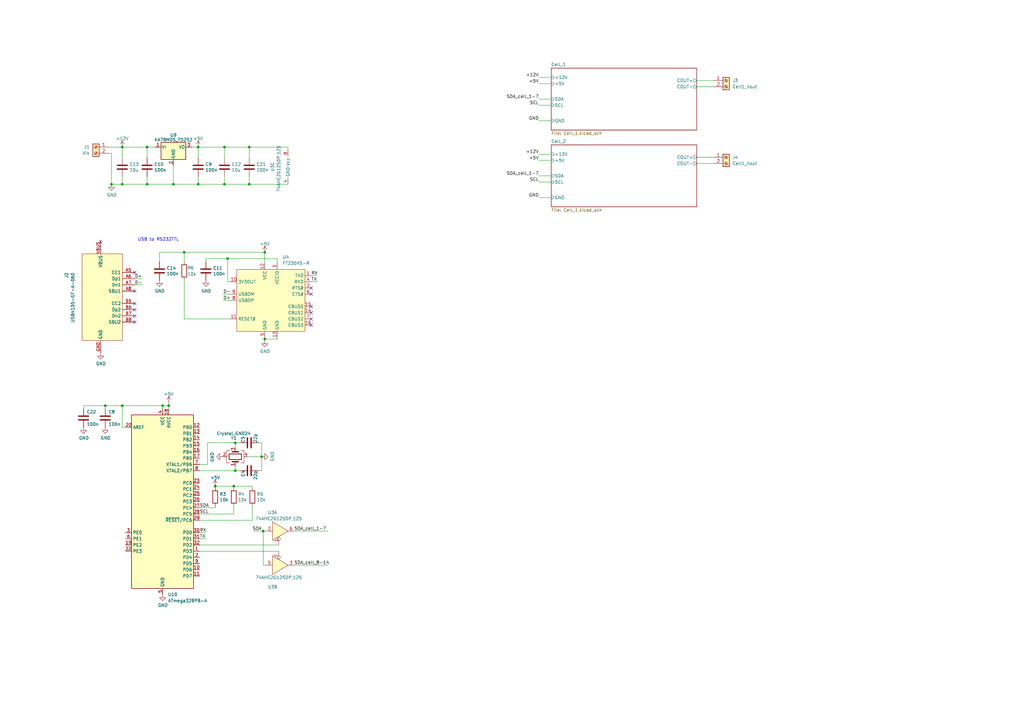
<source format=kicad_sch>
(kicad_sch (version 20230121) (generator eeschema)
  (paper "A3")
  (title_block (title "Battery Hardware Emulator") (rev "R01"))
  (lib_symbols
    (symbol "Connector:Screw_Terminal_01x02" (pin_names (offset 1.016) hide)
      (property "Reference" "J" (at 0 2.54 0))
      (property "Value" "Screw_Terminal_01x02" (at 0 -5.08 0))
      (symbol "Screw_Terminal_01x02_1_1"
        (rectangle (start -1.27 1.27) (end 1.27 -3.81) (stroke (width 0.254)) (fill (type background)))
        (circle (center 0 -2.54) (radius 0.635) (stroke (width 0.1524)))
        (polyline (pts (xy -0.5334 -2.2098) (xy 0.3302 -3.048)) (stroke (width 0.1524)))
        (polyline (pts (xy -0.5334 0.3302) (xy 0.3302 -0.508)) (stroke (width 0.1524)))
        (polyline (pts (xy -0.3556 -2.032) (xy 0.508 -2.8702)) (stroke (width 0.1524)))
        (polyline (pts (xy -0.3556 0.508) (xy 0.508 -0.3302)) (stroke (width 0.1524)))
        (circle (center 0 0) (radius 0.635) (stroke (width 0.1524)))
        (pin passive line (at -5.08 0 0) (length 3.81) (name "Pin_1") (number "1"))
        (pin passive line (at -5.08 -2.54 0) (length 3.81) (name "Pin_2") (number "2"))
      )
    )
    (symbol "Device:C" (pin_numbers hide) (pin_names (offset 0.254))
      (property "Reference" "C" (at 0.635 2.54 0))
      (property "Value" "C" (at 0.635 -2.54 0))
      (symbol "C_0_1"
        (polyline (pts (xy -2.032 -0.762) (xy 2.032 -0.762)) (stroke (width 0.508)))
        (polyline (pts (xy -2.032 0.762) (xy 2.032 0.762)) (stroke (width 0.508)))
      )
      (symbol "C_1_1"
        (pin passive line (at 0 3.81 270) (length 2.794) (name "~") (number "1"))
        (pin passive line (at 0 -3.81 90) (length 2.794) (name "~") (number "2"))
      )
    )
    (symbol "Device:Crystal_GND24" (pin_names (offset 1.016) hide)
      (property "Reference" "Y" (at 3.175 5.08 0))
      (property "Value" "Crystal_GND24" (at 3.175 3.175 0))
      (symbol "Crystal_GND24_0_1"
        (rectangle (start -1.143 2.54) (end 1.143 -2.54) (stroke (width 0.3048)))
        (polyline (pts (xy -2.54 0) (xy -2.032 0)))
        (polyline (pts (xy -2.032 -1.27) (xy -2.032 1.27)) (stroke (width 0.508)))
        (polyline (pts (xy 0 -3.81) (xy 0 -3.556)))
        (polyline (pts (xy 0 3.556) (xy 0 3.81)))
        (polyline (pts (xy 2.032 -1.27) (xy 2.032 1.27)) (stroke (width 0.508)))
        (polyline (pts (xy 2.032 0) (xy 2.54 0)))
        (polyline (pts (xy -2.54 -2.286) (xy -2.54 -3.556) (xy 2.54 -3.556) (xy 2.54 -2.286)))
        (polyline (pts (xy -2.54 2.286) (xy -2.54 3.556) (xy 2.54 3.556) (xy 2.54 2.286)))
      )
      (symbol "Crystal_GND24_1_1"
        (pin passive line (at -3.81 0 0) (length 1.27) (name "1") (number "1"))
        (pin passive line (at 0 5.08 270) (length 1.27) (name "2") (number "2"))
        (pin passive line (at 3.81 0 180) (length 1.27) (name "3") (number "3"))
        (pin passive line (at 0 -5.08 90) (length 1.27) (name "4") (number "4"))
      )
    )
    (symbol "Device:R" (pin_numbers hide) (pin_names (offset 0))
      (property "Reference" "R" (at 2.032 0 90))
      (property "Value" "R" (at 0 0 90))
      (symbol "R_0_1"
        (rectangle (start -1.016 -2.54) (end 1.016 2.54) (stroke (width 0.254)))
      )
      (symbol "R_1_1"
        (pin passive line (at 0 3.81 270) (length 1.27) (name "~") (number "1"))
        (pin passive line (at 0 -3.81 90) (length 1.27) (name "~") (number "2"))
      )
    )
    (symbol "MCU_Microchip_ATmega:ATmega328PB-A"
      (property "Reference" "U" (at -12.7 36.83 0))
      (property "Value" "ATmega328PB-A" (at 2.54 -36.83 0))
      (symbol "ATmega328PB-A_0_1"
        (rectangle (start -12.7 -35.56) (end 12.7 35.56) (stroke (width 0.254)) (fill (type background)))
      )
      (symbol "ATmega328PB-A_1_1"
        (pin bidirectional line (at 15.24 -20.32 180) (length 2.54) (name "PD3") (number "1"))
        (pin bidirectional line (at 15.24 -27.94 180) (length 2.54) (name "PD6") (number "10"))
        (pin bidirectional line (at 15.24 -30.48 180) (length 2.54) (name "PD7") (number "11"))
        (pin bidirectional line (at 15.24 30.48 180) (length 2.54) (name "PB0") (number "12"))
        (pin bidirectional line (at 15.24 27.94 180) (length 2.54) (name "PB1") (number "13"))
        (pin bidirectional line (at 15.24 25.4 180) (length 2.54) (name "PB2") (number "14"))
        (pin bidirectional line (at 15.24 22.86 180) (length 2.54) (name "PB3") (number "15"))
        (pin bidirectional line (at 15.24 20.32 180) (length 2.54) (name "PB4") (number "16"))
        (pin bidirectional line (at 15.24 17.78 180) (length 2.54) (name "PB5") (number "17"))
        (pin power_in line (at 2.54 38.1 270) (length 2.54) (name "AVCC") (number "18"))
        (pin bidirectional line (at -15.24 -17.78 0) (length 2.54) (name "PE2") (number "19"))
        (pin bidirectional line (at 15.24 -22.86 180) (length 2.54) (name "PD4") (number "2"))
        (pin passive line (at -15.24 30.48 0) (length 2.54) (name "AREF") (number "20"))
        (pin passive line (at 0 -38.1 90) (length 2.54) hide (name "GND") (number "21"))
        (pin bidirectional line (at -15.24 -20.32 0) (length 2.54) (name "PE3") (number "22"))
        (pin bidirectional line (at 15.24 7.62 180) (length 2.54) (name "PC0") (number "23"))
        (pin bidirectional line (at 15.24 5.08 180) (length 2.54) (name "PC1") (number "24"))
        (pin bidirectional line (at 15.24 2.54 180) (length 2.54) (name "PC2") (number "25"))
        (pin bidirectional line (at 15.24 0 180) (length 2.54) (name "PC3") (number "26"))
        (pin bidirectional line (at 15.24 -2.54 180) (length 2.54) (name "PC4") (number "27"))
        (pin bidirectional line (at 15.24 -5.08 180) (length 2.54) (name "PC5") (number "28"))
        (pin bidirectional line (at 15.24 -7.62 180) (length 2.54) (name "~{RESET}/PC6") (number "29"))
        (pin bidirectional line (at -15.24 -12.7 0) (length 2.54) (name "PE0") (number "3"))
        (pin bidirectional line (at 15.24 -12.7 180) (length 2.54) (name "PD0") (number "30"))
        (pin bidirectional line (at 15.24 -15.24 180) (length 2.54) (name "PD1") (number "31"))
        (pin bidirectional line (at 15.24 -17.78 180) (length 2.54) (name "PD2") (number "32"))
        (pin power_in line (at 0 38.1 270) (length 2.54) (name "VCC") (number "4"))
        (pin power_in line (at 0 -38.1 90) (length 2.54) (name "GND") (number "5"))
        (pin bidirectional line (at -15.24 -15.24 0) (length 2.54) (name "PE1") (number "6"))
        (pin bidirectional line (at 15.24 15.24 180) (length 2.54) (name "XTAL1/PB6") (number "7"))
        (pin bidirectional line (at 15.24 12.7 180) (length 2.54) (name "XTAL2/PB7") (number "8"))
        (pin bidirectional line (at 15.24 -25.4 180) (length 2.54) (name "PD5") (number "9"))
      )
    )
    (symbol "PR7 Custom:74AHC2G125DP,125"
      (property "Reference" "U" (at 0 3.81 0))
      (symbol "74AHC2G125DP,125_1_1"
        (polyline (pts (xy -2.54 3.81) (xy -2.54 -3.81) (xy 3.81 0) (xy -2.54 3.81)) (fill (type background)))
        (pin input inverted (at 0 -5.08 90) (length 2.54) (name "") (number "1"))
        (pin input line (at -5.08 0 0) (length 2.54) (name "") (number "2"))
        (pin output line (at 6.35 0 180) (length 2.54) (name "") (number "6"))
      )
      (symbol "74AHC2G125DP,125_2_1"
        (polyline (pts (xy -2.54 3.81) (xy -2.54 2.54) (xy -2.54 -3.81) (xy 3.81 0) (xy -2.54 3.81)) (fill (type background)))
        (pin output line (at 6.35 0 180) (length 2.54) (name "") (number "3"))
        (pin input line (at -5.08 0 0) (length 2.54) (name "") (number "5"))
        (pin input inverted (at 0 -5.08 90) (length 2.54) (name "") (number "7"))
      )
      (symbol "74AHC2G125DP,125_3_1"
        (pin power_out line (at 0 -7.62 90) (length 2.54) (name "GND") (number "4"))
        (pin power_in line (at 0 6.35 270) (length 2.54) (name "Vcc") (number "8"))
      )
    )
    (symbol "PR7 Custom:FT230XS-R"
      (property "Reference" "U" (at 13.97 20.32 0))
      (property "Value" "FT230XS-R" (at 6.35 0 0))
      (symbol "FT230XS-R_1_1"
        (rectangle (start -13.97 12.7) (end 13.97 -12.7) (fill (type background)))
        (pin bidirectional line (at 16.51 10.16 180) (length 2.54) (name "TXD") (number "1"))
        (pin bidirectional line (at -16.51 7.62 0) (length 2.54) (name "3V3OUT") (number "10"))
        (pin bidirectional line (at -16.51 -7.62 0) (length 2.54) (name "RESET#") (number "11"))
        (pin power_in line (at -2.54 15.24 270) (length 2.54) (name "VCC") (number "12"))
        (pin power_out line (at 2.54 -15.24 90) (length 2.54) (name "GND") (number "13"))
        (pin bidirectional line (at 16.51 -5.08 180) (length 2.54) (name "CBUS1") (number "14"))
        (pin bidirectional line (at 16.51 -2.54 180) (length 2.54) (name "CBUS0") (number "15"))
        (pin bidirectional line (at 16.51 -10.16 180) (length 2.54) (name "CBUS3") (number "16"))
        (pin bidirectional line (at 16.51 5.08 180) (length 2.54) (name "RTS#") (number "2"))
        (pin power_in line (at 2.54 15.24 270) (length 2.54) (name "VCCIO") (number "3"))
        (pin bidirectional line (at 16.51 7.62 180) (length 2.54) (name "RXD") (number "4"))
        (pin power_out line (at -2.54 -15.24 90) (length 2.54) (name "GND") (number "5"))
        (pin bidirectional line (at 16.51 2.54 180) (length 2.54) (name "CTS#") (number "6"))
        (pin bidirectional line (at 16.51 -7.62 180) (length 2.54) (name "CBUS2") (number "7"))
        (pin bidirectional line (at -16.51 0 0) (length 2.54) (name "USBDP") (number "8"))
        (pin bidirectional line (at -16.51 2.54 0) (length 2.54) (name "USBDM") (number "9"))
      )
    )
    (symbol "PR7 Custom:USB4105-GF-A-060"
      (property "Reference" "J" (at -6.35 20.32 0))
      (property "Value" "USB4105-GF-A-060" (at -10.16 0 90))
      (symbol "USB4105-GF-A-060_1_1"
        (rectangle (start -7.62 17.78) (end 8.89 -17.78) (fill (type background)))
        (pin bidirectional line (at 13.97 10.16 180) (length 5.08) (name "CC1") (number "A5"))
        (pin bidirectional line (at 13.97 7.62 180) (length 5.08) (name "Dp1") (number "A6"))
        (pin bidirectional line (at 13.97 5.08 180) (length 5.08) (name "Dn1") (number "A7"))
        (pin bidirectional line (at 13.97 2.54 180) (length 5.08) (name "SBU1") (number "A8"))
        (pin bidirectional line (at 13.97 -2.54 180) (length 5.08) (name "CC2") (number "B5"))
        (pin bidirectional line (at 13.97 -5.08 180) (length 5.08) (name "Dp2") (number "B6"))
        (pin bidirectional line (at 13.97 -7.62 180) (length 5.08) (name "Dn2") (number "B7"))
        (pin bidirectional line (at 13.97 -10.16 180) (length 5.08) (name "SBU2") (number "B8"))
        (pin passive line (at 0 -22.86 90) (length 5.08) (name "GND") (number "GND"))
        (pin passive line (at 0 22.86 270) (length 5.08) (name "VBUS") (number "VBUS"))
      )
    )
    (symbol "Regulator_Linear:KA78M05_TO252" (pin_names (offset 0.254))
      (property "Reference" "U" (at -3.81 3.175 0))
      (property "Value" "KA78M05_TO252" (at 0 3.175 0))
      (symbol "KA78M05_TO252_0_1"
        (rectangle (start -5.08 1.905) (end 5.08 -5.08) (stroke (width 0.254)) (fill (type background)))
      )
      (symbol "KA78M05_TO252_1_1"
        (pin power_in line (at -7.62 0 0) (length 2.54) (name "VI") (number "1"))
        (pin power_in line (at 0 -7.62 90) (length 2.54) (name "GND") (number "2"))
        (pin power_out line (at 7.62 0 180) (length 2.54) (name "VO") (number "3"))
      )
    )
    (symbol "power:+12V" (power) (pin_names (offset 0))
      (property "Value" "+12V" (at 0 3.556 0))
      (symbol "+12V_0_1"
        (polyline (pts (xy -0.762 1.27) (xy 0 2.54)))
        (polyline (pts (xy 0 0) (xy 0 2.54)))
        (polyline (pts (xy 0 2.54) (xy 0.762 1.27)))
      )
      (symbol "+12V_1_1"
        (pin power_in line (at 0 0 90) (length 0) hide (name "+12V") (number "1"))
      )
    )
    (symbol "power:+5V" (power) (pin_names (offset 0))
      (property "Value" "+5V" (at 0 3.556 0))
      (symbol "+5V_0_1"
        (polyline (pts (xy -0.762 1.27) (xy 0 2.54)))
        (polyline (pts (xy 0 0) (xy 0 2.54)))
        (polyline (pts (xy 0 2.54) (xy 0.762 1.27)))
      )
      (symbol "+5V_1_1"
        (pin power_in line (at 0 0 90) (length 0) hide (name "+5V") (number "1"))
      )
    )
    (symbol "power:GND" (power) (pin_names (offset 0))
      (property "Value" "GND" (at 0 -3.81 0))
      (symbol "GND_0_1"
        (polyline (pts (xy 0 0) (xy 0 -1.27) (xy 1.27 -1.27) (xy 0 -2.54) (xy -1.27 -1.27) (xy 0 -1.27)))
      )
      (symbol "GND_1_1"
        (pin power_in line (at 0 0 270) (length 0) hide (name "GND") (number "1"))
      )
    )
  )
  (junction (at 102.235 60.325))
  (junction (at 60.325 75.565))
  (junction (at 50.165 166.37))
  (junction (at 108.585 139.065))
  (junction (at 92.075 75.565))
  (junction (at 50.165 75.565))
  (junction (at 96.52 181.61))
  (junction (at 108.585 103.505))
  (junction (at 93.345 106.045))
  (junction (at 88.265 199.39))
  (junction (at 107.95 217.805))
  (junction (at 107.315 187.325))
  (junction (at 75.565 103.505))
  (junction (at 81.28 60.325))
  (junction (at 96.52 193.04))
  (junction (at 60.325 60.325))
  (junction (at 69.215 166.37))
  (junction (at 95.885 199.39))
  (junction (at 81.28 75.565))
  (junction (at 50.165 60.325))
  (junction (at 92.075 60.325))
  (junction (at 66.675 166.37))
  (junction (at 102.235 75.565))
  (junction (at 45.72 75.565))
  (junction (at 43.18 166.37))
  (junction (at 71.12 75.565))
  (no_connect (at 55.245 124.46))
  (no_connect (at 127.635 133.35))
  (no_connect (at 127.635 130.81))
  (no_connect (at 55.245 111.76))
  (no_connect (at 127.635 128.27))
  (no_connect (at 127.635 125.73))
  (no_connect (at 55.245 129.54))
  (no_connect (at 41.275 99.06))
  (no_connect (at 127.635 118.11))
  (no_connect (at 127.635 120.65))
  (no_connect (at 55.245 127))
  (no_connect (at 55.245 119.38))
  (no_connect (at 55.245 132.08))
  (wire (pts (xy 60.325 72.39) (xy 60.325 75.565)))
  (wire (pts (xy 95.885 210.82) (xy 95.885 207.645)))
  (wire (pts (xy 220.98 43.18) (xy 226.06 43.18)))
  (wire (pts (xy 114.3 223.52) (xy 114.3 222.885)))
  (wire (pts (xy 45.72 62.865) (xy 45.72 75.565)))
  (wire (pts (xy 88.265 199.39) (xy 95.885 199.39)))
  (wire (pts (xy 75.565 130.81) (xy 94.615 130.81)))
  (wire (pts (xy 95.885 199.39) (xy 103.505 199.39)))
  (wire (pts (xy 55.245 116.84) (xy 58.42 116.84)))
  (wire (pts (xy 50.165 175.26) (xy 50.165 166.37)))
  (wire (pts (xy 108.585 139.065) (xy 113.665 139.065)))
  (wire (pts (xy 34.29 167.64) (xy 34.29 166.37)))
  (wire (pts (xy 113.665 106.045) (xy 113.665 107.95)))
  (wire (pts (xy 81.915 213.36) (xy 103.505 213.36)))
  (wire (pts (xy 101.6 187.325) (xy 107.315 187.325)))
  (wire (pts (xy 220.98 72.136) (xy 226.06 72.136)))
  (wire (pts (xy 96.52 193.04) (xy 96.52 191.135)))
  (wire (pts (xy 50.165 75.565) (xy 60.325 75.565)))
  (wire (pts (xy 60.325 60.325) (xy 63.5 60.325)))
  (wire (pts (xy 81.28 60.325) (xy 81.28 64.77)))
  (wire (pts (xy 127.635 113.03) (xy 130.175 113.03)))
  (wire (pts (xy 78.74 60.325) (xy 81.28 60.325)))
  (wire (pts (xy 91.44 123.19) (xy 94.615 123.19)))
  (wire (pts (xy 88.265 208.28) (xy 88.265 207.645)))
  (wire (pts (xy 103.505 207.645) (xy 103.505 213.36)))
  (wire (pts (xy 102.235 60.325) (xy 118.11 60.325)))
  (wire (pts (xy 81.915 226.06) (xy 114.3 226.06)))
  (wire (pts (xy 81.28 72.39) (xy 81.28 75.565)))
  (wire (pts (xy 55.245 114.3) (xy 58.42 114.3)))
  (wire (pts (xy 81.915 220.98) (xy 84.455 220.98)))
  (wire (pts (xy 95.885 199.39) (xy 95.885 200.025)))
  (wire (pts (xy 107.315 181.61) (xy 106.045 181.61)))
  (wire (pts (xy 220.98 34.29) (xy 226.06 34.29)))
  (wire (pts (xy 98.425 193.04) (xy 96.52 193.04)))
  (wire (pts (xy 220.98 81.026) (xy 226.06 81.026)))
  (wire (pts (xy 106.045 193.04) (xy 107.315 193.04)))
  (wire (pts (xy 50.165 60.325) (xy 50.165 64.77)))
  (wire (pts (xy 108.585 139.065) (xy 108.585 139.7)))
  (wire (pts (xy 71.12 75.565) (xy 81.28 75.565)))
  (wire (pts (xy 120.65 231.775) (xy 134.62 231.775)))
  (wire (pts (xy 118.11 60.325) (xy 118.11 61.595)))
  (wire (pts (xy 285.75 35.56) (xy 292.735 35.56)))
  (wire (pts (xy 81.915 193.04) (xy 96.52 193.04)))
  (wire (pts (xy 81.915 210.82) (xy 95.885 210.82)))
  (wire (pts (xy 113.665 139.065) (xy 113.665 138.43)))
  (wire (pts (xy 50.165 72.39) (xy 50.165 75.565)))
  (wire (pts (xy 93.345 106.045) (xy 93.345 115.57)))
  (wire (pts (xy 84.455 106.045) (xy 93.345 106.045)))
  (wire (pts (xy 285.75 64.516) (xy 292.735 64.516)))
  (wire (pts (xy 91.44 120.65) (xy 94.615 120.65)))
  (wire (pts (xy 75.565 114.935) (xy 75.565 130.81)))
  (wire (pts (xy 71.12 67.945) (xy 71.12 75.565)))
  (wire (pts (xy 92.075 72.39) (xy 92.075 75.565)))
  (wire (pts (xy 107.95 217.805) (xy 109.22 217.805)))
  (wire (pts (xy 84.455 106.045) (xy 84.455 107.315)))
  (wire (pts (xy 104.14 217.805) (xy 107.95 217.805)))
  (wire (pts (xy 220.98 31.75) (xy 226.06 31.75)))
  (wire (pts (xy 96.52 183.515) (xy 96.52 181.61)))
  (wire (pts (xy 81.915 208.28) (xy 88.265 208.28)))
  (wire (pts (xy 102.235 60.325) (xy 102.235 64.77)))
  (wire (pts (xy 34.29 166.37) (xy 43.18 166.37)))
  (wire (pts (xy 60.325 75.565) (xy 71.12 75.565)))
  (wire (pts (xy 69.215 165.1) (xy 69.215 166.37)))
  (wire (pts (xy 285.75 33.02) (xy 292.735 33.02)))
  (wire (pts (xy 96.52 181.61) (xy 98.425 181.61)))
  (wire (pts (xy 102.235 72.39) (xy 102.235 75.565)))
  (wire (pts (xy 285.75 67.056) (xy 292.735 67.056)))
  (wire (pts (xy 43.18 166.37) (xy 50.165 166.37)))
  (wire (pts (xy 108.585 103.505) (xy 108.585 107.95)))
  (wire (pts (xy 93.345 106.045) (xy 113.665 106.045)))
  (wire (pts (xy 44.45 62.865) (xy 45.72 62.865)))
  (wire (pts (xy 44.45 60.325) (xy 50.165 60.325)))
  (wire (pts (xy 114.3 226.695) (xy 114.3 226.06)))
  (wire (pts (xy 50.165 166.37) (xy 66.675 166.37)))
  (wire (pts (xy 81.915 223.52) (xy 114.3 223.52)))
  (wire (pts (xy 107.315 193.04) (xy 107.315 187.325)))
  (wire (pts (xy 109.22 231.775) (xy 107.95 231.775)))
  (wire (pts (xy 220.98 40.64) (xy 226.06 40.64)))
  (wire (pts (xy 92.075 75.565) (xy 102.235 75.565)))
  (wire (pts (xy 220.98 49.53) (xy 226.06 49.53)))
  (wire (pts (xy 92.075 60.325) (xy 92.075 64.77)))
  (wire (pts (xy 102.235 75.565) (xy 118.11 75.565)))
  (wire (pts (xy 45.72 75.565) (xy 50.165 75.565)))
  (wire (pts (xy 69.215 166.37) (xy 69.215 167.64)))
  (wire (pts (xy 75.565 103.505) (xy 75.565 107.315)))
  (wire (pts (xy 66.675 166.37) (xy 69.215 166.37)))
  (wire (pts (xy 75.565 103.505) (xy 108.585 103.505)))
  (wire (pts (xy 65.405 103.505) (xy 75.565 103.505)))
  (wire (pts (xy 85.09 190.5) (xy 85.09 181.61)))
  (wire (pts (xy 43.18 166.37) (xy 43.18 167.64)))
  (wire (pts (xy 85.09 181.61) (xy 96.52 181.61)))
  (wire (pts (xy 93.345 115.57) (xy 94.615 115.57)))
  (wire (pts (xy 50.165 175.26) (xy 51.435 175.26)))
  (wire (pts (xy 81.915 218.44) (xy 84.455 218.44)))
  (wire (pts (xy 220.98 74.676) (xy 226.06 74.676)))
  (wire (pts (xy 220.98 65.786) (xy 226.06 65.786)))
  (wire (pts (xy 88.265 199.39) (xy 88.265 200.025)))
  (wire (pts (xy 81.915 190.5) (xy 85.09 190.5)))
  (wire (pts (xy 108.585 138.43) (xy 108.585 139.065)))
  (wire (pts (xy 107.315 187.325) (xy 107.315 181.61)))
  (wire (pts (xy 81.28 75.565) (xy 92.075 75.565)))
  (wire (pts (xy 60.325 64.77) (xy 60.325 60.325)))
  (wire (pts (xy 120.65 217.805) (xy 134.62 217.805)))
  (wire (pts (xy 81.28 60.325) (xy 92.075 60.325)))
  (wire (pts (xy 92.075 60.325) (xy 102.235 60.325)))
  (wire (pts (xy 127.635 115.57) (xy 130.175 115.57)))
  (wire (pts (xy 65.405 107.315) (xy 65.405 103.505)))
  (wire (pts (xy 50.165 60.325) (xy 60.325 60.325)))
  (wire (pts (xy 103.505 199.39) (xy 103.505 200.025)))
  (wire (pts (xy 107.95 231.775) (xy 107.95 217.805)))
  (wire (pts (xy 66.675 166.37) (xy 66.675 167.64)))
  (wire (pts (xy 220.98 63.246) (xy 226.06 63.246)))
  (text "USB to RS232TTL" (at 56.515 99.06 0) (effects (font (size 1.27 1.27)) (justify left bottom)))
  (label "TX" (at 81.915 220.98 0))
  (label "SDA_cell_1-7" (at 220.98 72.136 180))
  (label "GND" (at 220.98 81.026 180))
  (label "SCL" (at 220.98 74.676 180))
  (label "D+" (at 55.245 114.3 0))
  (label "+5V" (at 220.98 34.29 180))
  (label "SDA" (at 81.915 208.28 0))
  (label "+12V" (at 220.98 63.246 180))
  (label "SCL" (at 220.98 43.18 180))
  (label "D-" (at 55.245 116.84 0))
  (label "+12V" (at 220.98 31.75 180))
  (label "TX" (at 127.635 115.57 0))
  (label "SDA_cell_1-7" (at 220.98 40.64 180))
  (label "SDA_cell_8-14" (at 120.65 231.775 0))
  (label "SCL" (at 81.915 210.82 0))
  (label "GND" (at 220.98 49.53 180))
  (label "+5V" (at 220.98 65.786 180))
  (label "SDA_cell_1-7" (at 120.65 217.805 0))
  (label "RX" (at 127.635 113.03 0))
  (label "D+" (at 94.615 123.19 180))
  (label "SDA" (at 107.315 217.805 180))
  (label "RX" (at 81.915 218.44 0))
  (label "D-" (at 94.615 120.65 180))
  (symbol (lib_id "Device:C") (at 60.325 68.58 0) (unit 1)
    (property "Reference" "C10" (at 63.246 67.4116 0) (effects (justify left)))
    (property "Value" "100n" (at 63.246 69.723 0) (effects (justify left)))
    (property "Footprint" "Capacitor_SMD:C_0805_2012Metric" (effects hide))
  )
  (symbol (lib_id "Device:C") (at 84.455 111.125 0) (unit 1)
    (property "Reference" "C11" (at 87.376 109.9566 0) (effects (justify left)))
    (property "Value" "100n" (at 87.376 112.268 0) (effects (justify left)))
    (property "Footprint" "Capacitor_SMD:C_0805_2012Metric" (effects hide))
  )
  (symbol (lib_id "power:+5V") (at 88.265 199.39 0) (unit 1)
    (property "Reference" "#PWR012" (effects hide))
    (property "Value" "+5V" (at 88.265 195.8881 0))
  )
  (symbol (lib_id "power:+5V") (at 108.585 103.505 0) (unit 1)
    (property "Reference" "#PWR09" (effects hide))
    (property "Value" "+5V" (at 108.585 100.0031 0))
  )
  (symbol (lib_id "power:+5V") (at 69.215 165.1 0) (unit 1)
    (property "Reference" "#PWR011" (effects hide))
    (property "Value" "+5V" (at 69.215 161.5981 0))
  )
  (symbol (lib_id "power:+5V") (at 81.28 60.325 0) (unit 1)
    (property "Reference" "#PWR05" (effects hide))
    (property "Value" "+5V" (at 81.28 56.8231 0))
  )
  (symbol (lib_id "Device:C") (at 92.075 68.58 0) (unit 1)
    (property "Reference" "C12" (at 94.996 67.4116 0) (effects (justify left)))
    (property "Value" "10u" (at 94.996 69.723 0) (effects (justify left)))
    (property "Footprint" "Capacitor_SMD:C_0805_2012Metric" (effects hide))
  )
  (symbol (lib_id "Device:C") (at 102.235 68.58 0) (unit 1)
    (property "Reference" "C21" (at 105.156 67.4116 0) (effects (justify left)))
    (property "Value" "100n" (at 105.156 69.723 0) (effects (justify left)))
    (property "Footprint" "Capacitor_SMD:C_0805_2012Metric" (effects hide))
  )
  (symbol (lib_id "Device:R") (at 75.565 111.125 0) (unit 1)
    (property "Reference" "R6" (at 76.835 109.855 0) (effects (justify left)))
    (property "Value" "10k" (at 76.835 112.395 0) (effects (justify left)))
    (property "Footprint" "Resistor_SMD:R_0805_2012Metric" (effects hide))
  )
  (symbol (lib_id "Connector:Screw_Terminal_01x02") (at 39.37 60.325 0) (mirror y) (unit 1)
    (property "Reference" "J1" (at 36.83 60.325 0) (effects (justify left)))
    (property "Value" "Vin" (at 36.83 62.865 0) (effects (justify left)))
    (property "Footprint" "TerminalBlock_Phoenix:TerminalBlock_Phoenix_MKDS-1,5-2-5.08_1x02_P5.08mm_Horizontal" (effects hide))
  )
  (symbol (lib_id "Regulator_Linear:KA78M05_TO252") (at 71.12 60.325 0) (unit 1)
    (property "Reference" "U9" (at 71.12 55.4101 0))
    (property "Value" "KA78M05_TO252" (at 71.12 57.3311 0))
    (property "Footprint" "Package_TO_SOT_SMD:TO-252-2" (effects hide))
    (property "Datasheet" "https://www.onsemi.com/pub/Collateral/MC78M00-D.PDF" (effects hide))
  )
  (symbol (lib_id "Connector:Screw_Terminal_01x02") (at 297.815 33.02 0) (unit 1)
    (property "Reference" "J3" (at 300.355 33.02 0) (effects (justify left)))
    (property "Value" "Cell1_Vout" (at 300.355 35.56 0) (effects (justify left)))
    (property "Footprint" "TerminalBlock_Phoenix:TerminalBlock_Phoenix_MKDS-1,5-2-5.08_1x02_P5.08mm_Horizontal" (effects hide))
  )
  (symbol (lib_id "PR7 Custom:74AHC2G125DP,125") (at 114.3 217.805 0) (unit 1)
    (property "Reference" "U3" (at 111.76 210.185 0))
    (property "Value" "74AHC2G125DP,125" (at 114.3 212.725 0))
    (property "Footprint" "Package_SO:TSSOP-8_3x3mm_P0.65mm" (effects hide))
    (property "Datasheet" "https://www.digikey.nl/en/products/detail/nexperia-usa-inc/74AHC2G125DP-125/1229528" (effects hide))
  )
  (symbol (lib_id "Device:C") (at 50.165 68.58 0) (unit 1)
    (property "Reference" "C13" (at 53.086 67.4116 0) (effects (justify left)))
    (property "Value" "10u" (at 53.086 69.723 0) (effects (justify left)))
    (property "Footprint" "Capacitor_SMD:C_0805_2012Metric" (effects hide))
  )
  (symbol (lib_id "Device:C") (at 65.405 111.125 0) (unit 1)
    (property "Reference" "C14" (at 68.326 109.9566 0) (effects (justify left)))
    (property "Value" "100n" (at 68.326 112.268 0) (effects (justify left)))
    (property "Footprint" "Capacitor_SMD:C_0805_2012Metric" (effects hide))
  )
  (symbol (lib_id "Device:C") (at 43.18 171.45 0) (unit 1)
    (property "Reference" "C8" (at 44.45 168.91 0) (effects (justify left)))
    (property "Value" "100n" (at 44.45 173.99 0) (effects (justify left)))
    (property "Footprint" "Capacitor_SMD:C_0805_2012Metric" (effects hide))
  )
  (symbol (lib_id "PR7 Custom:USB4105-GF-A-060") (at 41.275 121.92 0) (unit 1)
    (property "Reference" "J2" (at 27.305 111.76 90) (effects (justify right)))
    (property "Value" "USB4105-GF-A-060" (at 29.845 111.76 90) (effects (justify right)))
    (property "Footprint" "PR7_Custom_Footprints:GCT_USB4105-GF-A-060" (effects hide))
    (property "Datasheet" "https://nl.mouser.com/ProductDetail/GCT/USB4105-GF-A-060?qs=QNEnbhJQKvY2mocwNJzgfA%3D%3D" (effects hide))
  )
  (symbol (lib_id "power:GND") (at 66.675 243.84 0) (unit 1)
    (property "Reference" "#PWR03" (effects hide))
    (property "Value" "GND" (at 66.802 248.2342 0))
  )
  (symbol (lib_id "Device:R") (at 95.885 203.835 0) (unit 1)
    (property "Reference" "R4" (at 97.663 202.6666 0) (effects (justify left)))
    (property "Value" "10k" (at 97.663 204.978 0) (effects (justify left)))
    (property "Footprint" "Resistor_SMD:R_0805_2012Metric" (effects hide))
  )
  (symbol (lib_id "power:GND") (at 34.29 175.26 0) (unit 1)
    (property "Reference" "#PWR016" (effects hide))
    (property "Value" "GND" (at 34.417 179.6542 0))
  )
  (symbol (lib_id "MCU_Microchip_ATmega:ATmega328PB-A") (at 66.675 205.74 0) (unit 1)
    (property "Reference" "U10" (at 68.8691 243.84 0) (effects (justify left)))
    (property "Value" "ATmega328PB-A" (at 68.8691 246.38 0) (effects (justify left)))
    (property "Footprint" "Package_QFP:TQFP-32_7x7mm_P0.8mm" (effects hide))
    (property "Datasheet" "http://ww1.microchip.com/downloads/en/DeviceDoc/40001906C.pdf" (effects hide))
  )
  (symbol (lib_id "power:GND") (at 107.315 187.325 90) (unit 1)
    (property "Reference" "#PWR02" (effects hide))
    (property "Value" "GND" (at 111.7092 187.198 0))
  )
  (symbol (lib_id "power:GND") (at 45.72 75.565 0) (unit 1)
    (property "Reference" "#PWR01" (effects hide))
    (property "Value" "GND" (at 45.847 79.9592 0))
  )
  (symbol (lib_id "Device:C") (at 102.235 193.04 90) (unit 1)
    (property "Reference" "C4" (at 99.695 195.58 0) (effects (justify left)))
    (property "Value" "22p" (at 104.775 196.85 0) (effects (justify left)))
    (property "Footprint" "Capacitor_SMD:C_0805_2012Metric" (effects hide))
  )
  (symbol (lib_id "Connector:Screw_Terminal_01x02") (at 297.815 64.516 0) (unit 1)
    (property "Reference" "J4" (at 300.355 64.516 0) (effects (justify left)))
    (property "Value" "Cell1_Vout" (at 300.355 67.056 0) (effects (justify left)))
    (property "Footprint" "TerminalBlock_Phoenix:TerminalBlock_Phoenix_MKDS-1,5-2-5.08_1x02_P5.08mm_Horizontal" (effects hide))
  )
  (symbol (lib_id "Device:Crystal_GND24") (at 96.52 187.325 90) (unit 1)
    (property "Reference" "Y1" (at 95.885 179.705 90))
    (property "Value" "Crystal_GND24" (at 95.885 177.784 90))
    (property "Footprint" "Crystal:Crystal_SMD_3225-4Pin_3.2x2.5mm" (effects hide))
    (property "Datasheet" "https://nl.mouser.com/ProductDetail/ECS/ECS-160-7-33B2-CTN-TR3?qs=1Kr7Jg1SGW%2FBZUGgLr%252BF0g%3D%3D" (effects hide))
  )
  (symbol (lib_id "PR7 Custom:74AHC2G125DP,125") (at 118.11 67.945 0) (unit 3)
    (property "Reference" "U3" (at 111.76 70.485 90) (effects (justify left)))
    (property "Value" "74AHC2G125DP,125" (at 114.3 69.215 90))
    (property "Footprint" "Package_SO:TSSOP-8_3x3mm_P0.65mm" (effects hide))
    (property "Datasheet" "https://www.digikey.nl/en/products/detail/nexperia-usa-inc/74AHC2G125DP-125/1229528" (effects hide))
  )
  (symbol (lib_id "Device:R") (at 103.505 203.835 0) (unit 1)
    (property "Reference" "R5" (at 105.283 202.6666 0) (effects (justify left)))
    (property "Value" "10k" (at 105.283 204.978 0) (effects (justify left)))
    (property "Footprint" "Resistor_SMD:R_0805_2012Metric" (effects hide))
  )
  (symbol (lib_id "power:GND") (at 108.585 139.7 0) (unit 1)
    (property "Reference" "#PWR06" (effects hide))
    (property "Value" "GND" (at 108.712 144.0942 0))
  )
  (symbol (lib_id "PR7 Custom:FT230XS-R") (at 111.125 123.19 0) (unit 1)
    (property "Reference" "U4" (at 115.8591 105.41 0) (effects (justify left)))
    (property "Value" "FT230XS-R" (at 115.8591 107.95 0) (effects (justify left)))
    (property "Footprint" "Package_SO:SSOP-16_3.9x4.9mm_P0.635mm" (effects hide))
    (property "Datasheet" "https://nl.mouser.com/ProductDetail/FTDI/FT230XS-R?qs=Gp1Yz1mis3XyCLeYOseSng%3D%3D" (effects hide))
  )
  (symbol (lib_id "power:GND") (at 91.44 187.325 270) (unit 1)
    (property "Reference" "#PWR013" (effects hide))
    (property "Value" "GND" (at 87.0458 187.452 0))
  )
  (symbol (lib_id "Device:R") (at 88.265 203.835 0) (unit 1)
    (property "Reference" "R3" (at 90.043 202.6666 0) (effects (justify left)))
    (property "Value" "10k" (at 90.043 204.978 0) (effects (justify left)))
    (property "Footprint" "Resistor_SMD:R_0805_2012Metric" (effects hide))
  )
  (symbol (lib_id "Device:C") (at 102.235 181.61 90) (unit 1)
    (property "Reference" "C5" (at 99.695 181.61 0) (effects (justify left)))
    (property "Value" "22p" (at 104.775 181.61 0) (effects (justify left)))
    (property "Footprint" "Capacitor_SMD:C_0805_2012Metric" (effects hide))
  )
  (symbol (lib_id "power:GND") (at 41.275 144.78 0) (unit 1)
    (property "Reference" "#PWR07" (effects hide))
    (property "Value" "GND" (at 41.402 149.1742 0))
  )
  (symbol (lib_id "Device:C") (at 34.29 171.45 0) (unit 1)
    (property "Reference" "C22" (at 35.56 168.91 0) (effects (justify left)))
    (property "Value" "100n" (at 35.56 173.99 0) (effects (justify left)))
    (property "Footprint" "Capacitor_SMD:C_0805_2012Metric" (effects hide))
  )
  (symbol (lib_id "Device:C") (at 81.28 68.58 0) (unit 1)
    (property "Reference" "C9" (at 84.201 67.4116 0) (effects (justify left)))
    (property "Value" "100n" (at 84.201 69.723 0) (effects (justify left)))
    (property "Footprint" "Capacitor_SMD:C_0805_2012Metric" (effects hide))
  )
  (symbol (lib_id "power:GND") (at 84.455 114.935 0) (unit 1)
    (property "Reference" "#PWR014" (effects hide))
    (property "Value" "GND" (at 84.582 119.3292 0))
  )
  (symbol (lib_id "power:+12V") (at 50.165 60.325 0) (unit 1)
    (property "Reference" "#PWR08" (effects hide))
    (property "Value" "+12V" (at 50.165 56.8231 0))
  )
  (symbol (lib_id "power:GND") (at 43.18 175.26 0) (unit 1)
    (property "Reference" "#PWR04" (effects hide))
    (property "Value" "GND" (at 43.307 179.6542 0))
  )
  (symbol (lib_id "power:GND") (at 65.405 114.935 0) (unit 1)
    (property "Reference" "#PWR015" (effects hide))
    (property "Value" "GND" (at 65.532 119.3292 0))
  )
  (symbol (lib_id "PR7 Custom:74AHC2G125DP,125") (at 114.3 231.775 0) (mirror x) (unit 2)
    (property "Reference" "U3" (at 111.76 240.665 0))
    (property "Value" "74AHC2G125DP,125" (at 114.3 236.855 0))
    (property "Footprint" "Package_SO:TSSOP-8_3x3mm_P0.65mm" (effects hide))
    (property "Datasheet" "https://www.digikey.nl/en/products/detail/nexperia-usa-inc/74AHC2G125DP-125/1229528" (effects hide))
  )
  (sheet (at 226.06 27.94) (size 59.69 25.4) (stroke (width 0.1524))
    (property "Sheetname" "Cell_1" (at 226.06 27.2284 0) (effects (justify left bottom)))
    (property "Sheetfile" "Cell_1.kicad_sch" (at 226.06 53.9246 0) (effects (justify left top)))
    (pin "+12V" input (at 226.06 31.75 180))
    (pin "GND" input (at 226.06 49.53 180))
    (pin "COUT+" output (at 285.75 33.02 0))
    (pin "COUT-" output (at 285.75 35.56 0))
    (pin "+5V" input (at 226.06 34.29 180))
    (pin "SDA" input (at 226.06 40.64 180))
    (pin "SCL" input (at 226.06 43.18 180))
  )
  (sheet (at 226.06 59.436) (size 59.69 25.4) (stroke (width 0.1524))
    (property "Sheetname" "Cell_2" (at 226.06 58.7244 0) (effects (justify left bottom)))
    (property "Sheetfile" "Cell_1.kicad_sch" (at 226.06 85.4206 0) (effects (justify left top)))
    (pin "+12V" input (at 226.06 63.246 180))
    (pin "GND" input (at 226.06 81.026 180))
    (pin "COUT+" output (at 285.75 64.516 0))
    (pin "COUT-" output (at 285.75 67.056 0))
    (pin "+5V" input (at 226.06 65.786 180))
    (pin "SDA" input (at 226.06 72.136 180))
    (pin "SCL" input (at 226.06 74.676 180))
  )
)
</source>
